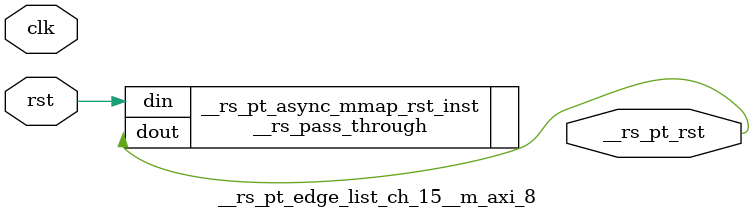
<source format=v>
`timescale 1 ns / 1 ps
/**   Generated by RapidStream   **/
module __rs_pt_edge_list_ch_15__m_axi_8 #(
    parameter BufferSize         = 32,
    parameter BufferSizeLog      = 5,
    parameter AddrWidth          = 64,
    parameter AxiSideAddrWidth   = 64,
    parameter DataWidth          = 512,
    parameter DataWidthBytesLog  = 6,
    parameter WaitTimeWidth      = 4,
    parameter BurstLenWidth      = 8,
    parameter EnableReadChannel  = 1,
    parameter EnableWriteChannel = 1,
    parameter MaxWaitTime        = 3,
    parameter MaxBurstLen        = 15
) (
    output wire __rs_pt_rst,
    input wire  clk,
    input wire  rst
);




__rs_pass_through #(
    .WIDTH (1)
) __rs_pt_async_mmap_rst_inst /**   Generated by RapidStream   **/ (
    .din  (rst),
    .dout (__rs_pt_rst)
);

endmodule  // __rs_pt_edge_list_ch_15__m_axi_8
</source>
